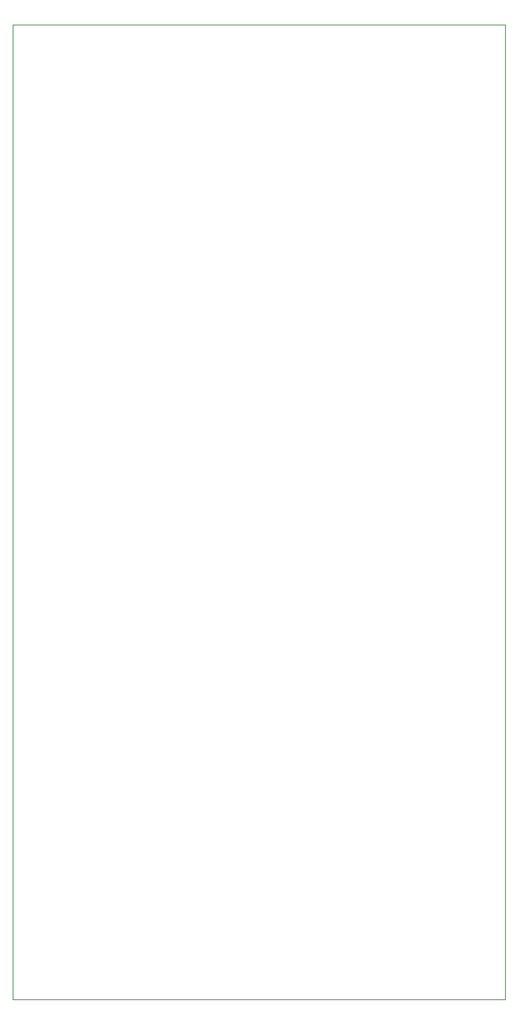
<source format=gm1>
G04 #@! TF.GenerationSoftware,KiCad,Pcbnew,(6.0.0-rc1-dev-392-gd9d005190)*
G04 #@! TF.CreationDate,2018-08-31T18:51:34-04:00*
G04 #@! TF.ProjectId,db15_HV,646231355F48562E6B696361645F7063,rev?*
G04 #@! TF.SameCoordinates,Original*
G04 #@! TF.FileFunction,Profile,NP*
%FSLAX46Y46*%
G04 Gerber Fmt 4.6, Leading zero omitted, Abs format (unit mm)*
G04 Created by KiCad (PCBNEW (6.0.0-rc1-dev-392-gd9d005190)) date 08/31/18 18:51:34*
%MOMM*%
%LPD*%
G01*
G04 APERTURE LIST*
%ADD10C,0.050000*%
G04 APERTURE END LIST*
D10*
X90170000Y-50800000D02*
X146050000Y-50800000D01*
X90170000Y-161290000D02*
X90170000Y-50800000D01*
X146050000Y-161290000D02*
X90170000Y-161290000D01*
X146050000Y-50800000D02*
X146050000Y-161290000D01*
M02*

</source>
